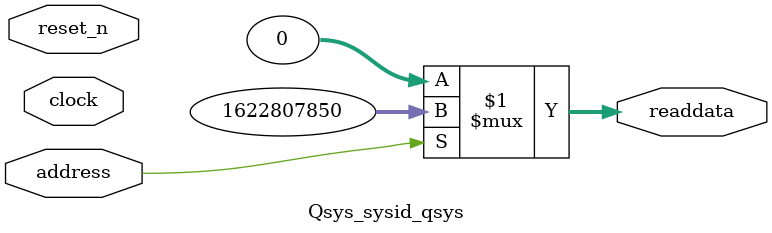
<source format=v>



// synthesis translate_off
`timescale 1ns / 1ps
// synthesis translate_on

// turn off superfluous verilog processor warnings 
// altera message_level Level1 
// altera message_off 10034 10035 10036 10037 10230 10240 10030 

module Qsys_sysid_qsys (
               // inputs:
                address,
                clock,
                reset_n,

               // outputs:
                readdata
             )
;

  output  [ 31: 0] readdata;
  input            address;
  input            clock;
  input            reset_n;

  wire    [ 31: 0] readdata;
  //control_slave, which is an e_avalon_slave
  assign readdata = address ? 1622807850 : 0;

endmodule



</source>
